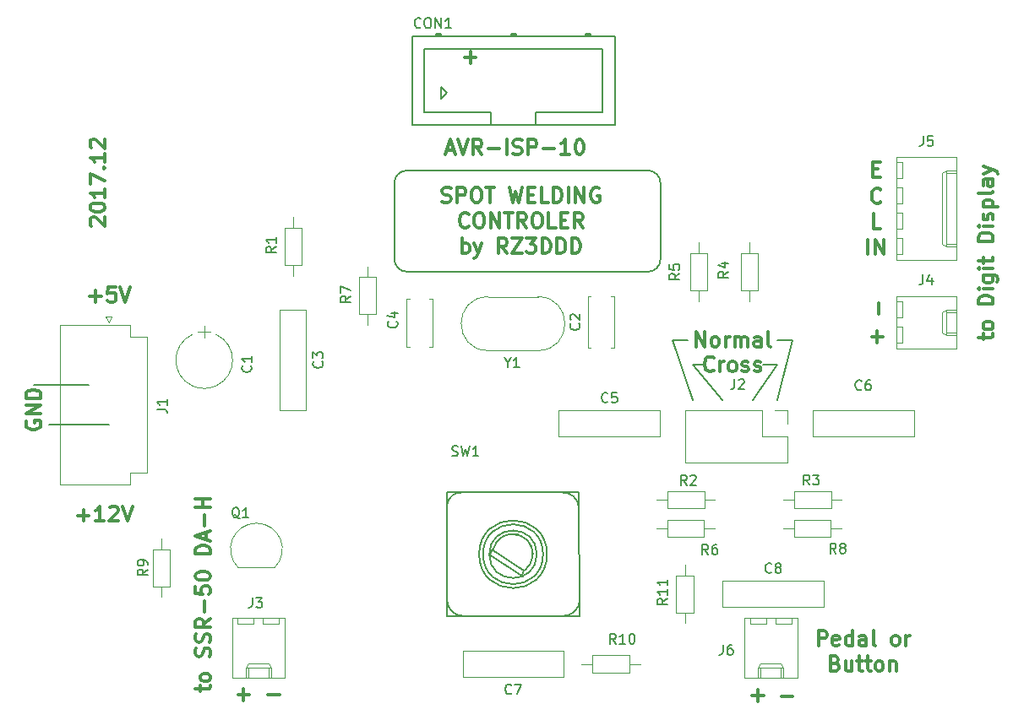
<source format=gbr>
G04 #@! TF.FileFunction,Legend,Top*
%FSLAX46Y46*%
G04 Gerber Fmt 4.6, Leading zero omitted, Abs format (unit mm)*
G04 Created by KiCad (PCBNEW 4.0.7-e2-6376~58~ubuntu16.04.1) date Thu Nov 16 15:14:13 2017*
%MOMM*%
%LPD*%
G01*
G04 APERTURE LIST*
%ADD10C,0.100000*%
%ADD11C,0.300000*%
%ADD12C,0.200000*%
%ADD13C,0.120000*%
%ADD14C,0.150000*%
G04 APERTURE END LIST*
D10*
D11*
X97754229Y-62063642D02*
X97682800Y-61992213D01*
X97611371Y-61849356D01*
X97611371Y-61492213D01*
X97682800Y-61349356D01*
X97754229Y-61277927D01*
X97897086Y-61206499D01*
X98039943Y-61206499D01*
X98254229Y-61277927D01*
X99111371Y-62135070D01*
X99111371Y-61206499D01*
X97611371Y-60277928D02*
X97611371Y-60135071D01*
X97682800Y-59992214D01*
X97754229Y-59920785D01*
X97897086Y-59849356D01*
X98182800Y-59777928D01*
X98539943Y-59777928D01*
X98825657Y-59849356D01*
X98968514Y-59920785D01*
X99039943Y-59992214D01*
X99111371Y-60135071D01*
X99111371Y-60277928D01*
X99039943Y-60420785D01*
X98968514Y-60492214D01*
X98825657Y-60563642D01*
X98539943Y-60635071D01*
X98182800Y-60635071D01*
X97897086Y-60563642D01*
X97754229Y-60492214D01*
X97682800Y-60420785D01*
X97611371Y-60277928D01*
X99111371Y-58349357D02*
X99111371Y-59206500D01*
X99111371Y-58777928D02*
X97611371Y-58777928D01*
X97825657Y-58920785D01*
X97968514Y-59063643D01*
X98039943Y-59206500D01*
X97611371Y-57849357D02*
X97611371Y-56849357D01*
X99111371Y-57492214D01*
X98968514Y-56277929D02*
X99039943Y-56206501D01*
X99111371Y-56277929D01*
X99039943Y-56349358D01*
X98968514Y-56277929D01*
X99111371Y-56277929D01*
X99111371Y-54777929D02*
X99111371Y-55635072D01*
X99111371Y-55206500D02*
X97611371Y-55206500D01*
X97825657Y-55349357D01*
X97968514Y-55492215D01*
X98039943Y-55635072D01*
X97754229Y-54206501D02*
X97682800Y-54135072D01*
X97611371Y-53992215D01*
X97611371Y-53635072D01*
X97682800Y-53492215D01*
X97754229Y-53420786D01*
X97897086Y-53349358D01*
X98039943Y-53349358D01*
X98254229Y-53420786D01*
X99111371Y-54277929D01*
X99111371Y-53349358D01*
X176063972Y-56367457D02*
X176563972Y-56367457D01*
X176778258Y-57153171D02*
X176063972Y-57153171D01*
X176063972Y-55653171D01*
X176778258Y-55653171D01*
X176849686Y-59664614D02*
X176778257Y-59736043D01*
X176563971Y-59807471D01*
X176421114Y-59807471D01*
X176206829Y-59736043D01*
X176063971Y-59593186D01*
X175992543Y-59450329D01*
X175921114Y-59164614D01*
X175921114Y-58950329D01*
X175992543Y-58664614D01*
X176063971Y-58521757D01*
X176206829Y-58378900D01*
X176421114Y-58307471D01*
X176563971Y-58307471D01*
X176778257Y-58378900D01*
X176849686Y-58450329D01*
X176849686Y-62309371D02*
X176135400Y-62309371D01*
X176135400Y-60809371D01*
X175561586Y-64925571D02*
X175561586Y-63425571D01*
X176275872Y-64925571D02*
X176275872Y-63425571D01*
X177133015Y-64925571D01*
X177133015Y-63425571D01*
X187100271Y-73456586D02*
X187100271Y-72885157D01*
X186600271Y-73242300D02*
X187885986Y-73242300D01*
X188028843Y-73170872D01*
X188100271Y-73028014D01*
X188100271Y-72885157D01*
X188100271Y-72170871D02*
X188028843Y-72313729D01*
X187957414Y-72385157D01*
X187814557Y-72456586D01*
X187385986Y-72456586D01*
X187243129Y-72385157D01*
X187171700Y-72313729D01*
X187100271Y-72170871D01*
X187100271Y-71956586D01*
X187171700Y-71813729D01*
X187243129Y-71742300D01*
X187385986Y-71670871D01*
X187814557Y-71670871D01*
X187957414Y-71742300D01*
X188028843Y-71813729D01*
X188100271Y-71956586D01*
X188100271Y-72170871D01*
X188100271Y-69885157D02*
X186600271Y-69885157D01*
X186600271Y-69528014D01*
X186671700Y-69313729D01*
X186814557Y-69170871D01*
X186957414Y-69099443D01*
X187243129Y-69028014D01*
X187457414Y-69028014D01*
X187743129Y-69099443D01*
X187885986Y-69170871D01*
X188028843Y-69313729D01*
X188100271Y-69528014D01*
X188100271Y-69885157D01*
X188100271Y-68385157D02*
X187100271Y-68385157D01*
X186600271Y-68385157D02*
X186671700Y-68456586D01*
X186743129Y-68385157D01*
X186671700Y-68313729D01*
X186600271Y-68385157D01*
X186743129Y-68385157D01*
X187100271Y-67028014D02*
X188314557Y-67028014D01*
X188457414Y-67099443D01*
X188528843Y-67170871D01*
X188600271Y-67313728D01*
X188600271Y-67528014D01*
X188528843Y-67670871D01*
X188028843Y-67028014D02*
X188100271Y-67170871D01*
X188100271Y-67456585D01*
X188028843Y-67599443D01*
X187957414Y-67670871D01*
X187814557Y-67742300D01*
X187385986Y-67742300D01*
X187243129Y-67670871D01*
X187171700Y-67599443D01*
X187100271Y-67456585D01*
X187100271Y-67170871D01*
X187171700Y-67028014D01*
X188100271Y-66313728D02*
X187100271Y-66313728D01*
X186600271Y-66313728D02*
X186671700Y-66385157D01*
X186743129Y-66313728D01*
X186671700Y-66242300D01*
X186600271Y-66313728D01*
X186743129Y-66313728D01*
X187100271Y-65813728D02*
X187100271Y-65242299D01*
X186600271Y-65599442D02*
X187885986Y-65599442D01*
X188028843Y-65528014D01*
X188100271Y-65385156D01*
X188100271Y-65242299D01*
X188100271Y-63599442D02*
X186600271Y-63599442D01*
X186600271Y-63242299D01*
X186671700Y-63028014D01*
X186814557Y-62885156D01*
X186957414Y-62813728D01*
X187243129Y-62742299D01*
X187457414Y-62742299D01*
X187743129Y-62813728D01*
X187885986Y-62885156D01*
X188028843Y-63028014D01*
X188100271Y-63242299D01*
X188100271Y-63599442D01*
X188100271Y-62099442D02*
X187100271Y-62099442D01*
X186600271Y-62099442D02*
X186671700Y-62170871D01*
X186743129Y-62099442D01*
X186671700Y-62028014D01*
X186600271Y-62099442D01*
X186743129Y-62099442D01*
X188028843Y-61456585D02*
X188100271Y-61313728D01*
X188100271Y-61028013D01*
X188028843Y-60885156D01*
X187885986Y-60813728D01*
X187814557Y-60813728D01*
X187671700Y-60885156D01*
X187600271Y-61028013D01*
X187600271Y-61242299D01*
X187528843Y-61385156D01*
X187385986Y-61456585D01*
X187314557Y-61456585D01*
X187171700Y-61385156D01*
X187100271Y-61242299D01*
X187100271Y-61028013D01*
X187171700Y-60885156D01*
X187100271Y-60170870D02*
X188600271Y-60170870D01*
X187171700Y-60170870D02*
X187100271Y-60028013D01*
X187100271Y-59742299D01*
X187171700Y-59599442D01*
X187243129Y-59528013D01*
X187385986Y-59456584D01*
X187814557Y-59456584D01*
X187957414Y-59528013D01*
X188028843Y-59599442D01*
X188100271Y-59742299D01*
X188100271Y-60028013D01*
X188028843Y-60170870D01*
X188100271Y-58599441D02*
X188028843Y-58742299D01*
X187885986Y-58813727D01*
X186600271Y-58813727D01*
X188100271Y-57385156D02*
X187314557Y-57385156D01*
X187171700Y-57456585D01*
X187100271Y-57599442D01*
X187100271Y-57885156D01*
X187171700Y-58028013D01*
X188028843Y-57385156D02*
X188100271Y-57528013D01*
X188100271Y-57885156D01*
X188028843Y-58028013D01*
X187885986Y-58099442D01*
X187743129Y-58099442D01*
X187600271Y-58028013D01*
X187528843Y-57885156D01*
X187528843Y-57528013D01*
X187457414Y-57385156D01*
X187100271Y-56813727D02*
X188100271Y-56456584D01*
X187100271Y-56099442D02*
X188100271Y-56456584D01*
X188457414Y-56599442D01*
X188528843Y-56670870D01*
X188600271Y-56813727D01*
X176606843Y-70927128D02*
X176606843Y-69784271D01*
X175928272Y-73206043D02*
X177071129Y-73206043D01*
X176499700Y-73777471D02*
X176499700Y-72634614D01*
X166885872Y-109274043D02*
X168028729Y-109274043D01*
X163964872Y-109185143D02*
X165107729Y-109185143D01*
X164536300Y-109756571D02*
X164536300Y-108613714D01*
X135148572Y-45177143D02*
X136291429Y-45177143D01*
X135720000Y-45748571D02*
X135720000Y-44605714D01*
X170590001Y-104163571D02*
X170590001Y-102663571D01*
X171161429Y-102663571D01*
X171304287Y-102735000D01*
X171375715Y-102806429D01*
X171447144Y-102949286D01*
X171447144Y-103163571D01*
X171375715Y-103306429D01*
X171304287Y-103377857D01*
X171161429Y-103449286D01*
X170590001Y-103449286D01*
X172661429Y-104092143D02*
X172518572Y-104163571D01*
X172232858Y-104163571D01*
X172090001Y-104092143D01*
X172018572Y-103949286D01*
X172018572Y-103377857D01*
X172090001Y-103235000D01*
X172232858Y-103163571D01*
X172518572Y-103163571D01*
X172661429Y-103235000D01*
X172732858Y-103377857D01*
X172732858Y-103520714D01*
X172018572Y-103663571D01*
X174018572Y-104163571D02*
X174018572Y-102663571D01*
X174018572Y-104092143D02*
X173875715Y-104163571D01*
X173590001Y-104163571D01*
X173447143Y-104092143D01*
X173375715Y-104020714D01*
X173304286Y-103877857D01*
X173304286Y-103449286D01*
X173375715Y-103306429D01*
X173447143Y-103235000D01*
X173590001Y-103163571D01*
X173875715Y-103163571D01*
X174018572Y-103235000D01*
X175375715Y-104163571D02*
X175375715Y-103377857D01*
X175304286Y-103235000D01*
X175161429Y-103163571D01*
X174875715Y-103163571D01*
X174732858Y-103235000D01*
X175375715Y-104092143D02*
X175232858Y-104163571D01*
X174875715Y-104163571D01*
X174732858Y-104092143D01*
X174661429Y-103949286D01*
X174661429Y-103806429D01*
X174732858Y-103663571D01*
X174875715Y-103592143D01*
X175232858Y-103592143D01*
X175375715Y-103520714D01*
X176304287Y-104163571D02*
X176161429Y-104092143D01*
X176090001Y-103949286D01*
X176090001Y-102663571D01*
X178232858Y-104163571D02*
X178090000Y-104092143D01*
X178018572Y-104020714D01*
X177947143Y-103877857D01*
X177947143Y-103449286D01*
X178018572Y-103306429D01*
X178090000Y-103235000D01*
X178232858Y-103163571D01*
X178447143Y-103163571D01*
X178590000Y-103235000D01*
X178661429Y-103306429D01*
X178732858Y-103449286D01*
X178732858Y-103877857D01*
X178661429Y-104020714D01*
X178590000Y-104092143D01*
X178447143Y-104163571D01*
X178232858Y-104163571D01*
X179375715Y-104163571D02*
X179375715Y-103163571D01*
X179375715Y-103449286D02*
X179447143Y-103306429D01*
X179518572Y-103235000D01*
X179661429Y-103163571D01*
X179804286Y-103163571D01*
X172304286Y-105927857D02*
X172518572Y-105999286D01*
X172590000Y-106070714D01*
X172661429Y-106213571D01*
X172661429Y-106427857D01*
X172590000Y-106570714D01*
X172518572Y-106642143D01*
X172375714Y-106713571D01*
X171804286Y-106713571D01*
X171804286Y-105213571D01*
X172304286Y-105213571D01*
X172447143Y-105285000D01*
X172518572Y-105356429D01*
X172590000Y-105499286D01*
X172590000Y-105642143D01*
X172518572Y-105785000D01*
X172447143Y-105856429D01*
X172304286Y-105927857D01*
X171804286Y-105927857D01*
X173947143Y-105713571D02*
X173947143Y-106713571D01*
X173304286Y-105713571D02*
X173304286Y-106499286D01*
X173375714Y-106642143D01*
X173518572Y-106713571D01*
X173732857Y-106713571D01*
X173875714Y-106642143D01*
X173947143Y-106570714D01*
X174447143Y-105713571D02*
X175018572Y-105713571D01*
X174661429Y-105213571D02*
X174661429Y-106499286D01*
X174732857Y-106642143D01*
X174875715Y-106713571D01*
X175018572Y-106713571D01*
X175304286Y-105713571D02*
X175875715Y-105713571D01*
X175518572Y-105213571D02*
X175518572Y-106499286D01*
X175590000Y-106642143D01*
X175732858Y-106713571D01*
X175875715Y-106713571D01*
X176590001Y-106713571D02*
X176447143Y-106642143D01*
X176375715Y-106570714D01*
X176304286Y-106427857D01*
X176304286Y-105999286D01*
X176375715Y-105856429D01*
X176447143Y-105785000D01*
X176590001Y-105713571D01*
X176804286Y-105713571D01*
X176947143Y-105785000D01*
X177018572Y-105856429D01*
X177090001Y-105999286D01*
X177090001Y-106427857D01*
X177018572Y-106570714D01*
X176947143Y-106642143D01*
X176804286Y-106713571D01*
X176590001Y-106713571D01*
X177732858Y-105713571D02*
X177732858Y-106713571D01*
X177732858Y-105856429D02*
X177804286Y-105785000D01*
X177947144Y-105713571D01*
X178161429Y-105713571D01*
X178304286Y-105785000D01*
X178375715Y-105927857D01*
X178375715Y-106713571D01*
X132907142Y-59637143D02*
X133121428Y-59708571D01*
X133478571Y-59708571D01*
X133621428Y-59637143D01*
X133692857Y-59565714D01*
X133764285Y-59422857D01*
X133764285Y-59280000D01*
X133692857Y-59137143D01*
X133621428Y-59065714D01*
X133478571Y-58994286D01*
X133192857Y-58922857D01*
X133049999Y-58851429D01*
X132978571Y-58780000D01*
X132907142Y-58637143D01*
X132907142Y-58494286D01*
X132978571Y-58351429D01*
X133049999Y-58280000D01*
X133192857Y-58208571D01*
X133549999Y-58208571D01*
X133764285Y-58280000D01*
X134407142Y-59708571D02*
X134407142Y-58208571D01*
X134978570Y-58208571D01*
X135121428Y-58280000D01*
X135192856Y-58351429D01*
X135264285Y-58494286D01*
X135264285Y-58708571D01*
X135192856Y-58851429D01*
X135121428Y-58922857D01*
X134978570Y-58994286D01*
X134407142Y-58994286D01*
X136192856Y-58208571D02*
X136478570Y-58208571D01*
X136621428Y-58280000D01*
X136764285Y-58422857D01*
X136835713Y-58708571D01*
X136835713Y-59208571D01*
X136764285Y-59494286D01*
X136621428Y-59637143D01*
X136478570Y-59708571D01*
X136192856Y-59708571D01*
X136049999Y-59637143D01*
X135907142Y-59494286D01*
X135835713Y-59208571D01*
X135835713Y-58708571D01*
X135907142Y-58422857D01*
X136049999Y-58280000D01*
X136192856Y-58208571D01*
X137264285Y-58208571D02*
X138121428Y-58208571D01*
X137692857Y-59708571D02*
X137692857Y-58208571D01*
X139621428Y-58208571D02*
X139978571Y-59708571D01*
X140264285Y-58637143D01*
X140549999Y-59708571D01*
X140907142Y-58208571D01*
X141478571Y-58922857D02*
X141978571Y-58922857D01*
X142192857Y-59708571D02*
X141478571Y-59708571D01*
X141478571Y-58208571D01*
X142192857Y-58208571D01*
X143550000Y-59708571D02*
X142835714Y-59708571D01*
X142835714Y-58208571D01*
X144050000Y-59708571D02*
X144050000Y-58208571D01*
X144407143Y-58208571D01*
X144621428Y-58280000D01*
X144764286Y-58422857D01*
X144835714Y-58565714D01*
X144907143Y-58851429D01*
X144907143Y-59065714D01*
X144835714Y-59351429D01*
X144764286Y-59494286D01*
X144621428Y-59637143D01*
X144407143Y-59708571D01*
X144050000Y-59708571D01*
X145550000Y-59708571D02*
X145550000Y-58208571D01*
X146264286Y-59708571D02*
X146264286Y-58208571D01*
X147121429Y-59708571D01*
X147121429Y-58208571D01*
X148621429Y-58280000D02*
X148478572Y-58208571D01*
X148264286Y-58208571D01*
X148050001Y-58280000D01*
X147907143Y-58422857D01*
X147835715Y-58565714D01*
X147764286Y-58851429D01*
X147764286Y-59065714D01*
X147835715Y-59351429D01*
X147907143Y-59494286D01*
X148050001Y-59637143D01*
X148264286Y-59708571D01*
X148407143Y-59708571D01*
X148621429Y-59637143D01*
X148692858Y-59565714D01*
X148692858Y-59065714D01*
X148407143Y-59065714D01*
X135550000Y-62115714D02*
X135478571Y-62187143D01*
X135264285Y-62258571D01*
X135121428Y-62258571D01*
X134907143Y-62187143D01*
X134764285Y-62044286D01*
X134692857Y-61901429D01*
X134621428Y-61615714D01*
X134621428Y-61401429D01*
X134692857Y-61115714D01*
X134764285Y-60972857D01*
X134907143Y-60830000D01*
X135121428Y-60758571D01*
X135264285Y-60758571D01*
X135478571Y-60830000D01*
X135550000Y-60901429D01*
X136478571Y-60758571D02*
X136764285Y-60758571D01*
X136907143Y-60830000D01*
X137050000Y-60972857D01*
X137121428Y-61258571D01*
X137121428Y-61758571D01*
X137050000Y-62044286D01*
X136907143Y-62187143D01*
X136764285Y-62258571D01*
X136478571Y-62258571D01*
X136335714Y-62187143D01*
X136192857Y-62044286D01*
X136121428Y-61758571D01*
X136121428Y-61258571D01*
X136192857Y-60972857D01*
X136335714Y-60830000D01*
X136478571Y-60758571D01*
X137764286Y-62258571D02*
X137764286Y-60758571D01*
X138621429Y-62258571D01*
X138621429Y-60758571D01*
X139121429Y-60758571D02*
X139978572Y-60758571D01*
X139550001Y-62258571D02*
X139550001Y-60758571D01*
X141335715Y-62258571D02*
X140835715Y-61544286D01*
X140478572Y-62258571D02*
X140478572Y-60758571D01*
X141050000Y-60758571D01*
X141192858Y-60830000D01*
X141264286Y-60901429D01*
X141335715Y-61044286D01*
X141335715Y-61258571D01*
X141264286Y-61401429D01*
X141192858Y-61472857D01*
X141050000Y-61544286D01*
X140478572Y-61544286D01*
X142264286Y-60758571D02*
X142550000Y-60758571D01*
X142692858Y-60830000D01*
X142835715Y-60972857D01*
X142907143Y-61258571D01*
X142907143Y-61758571D01*
X142835715Y-62044286D01*
X142692858Y-62187143D01*
X142550000Y-62258571D01*
X142264286Y-62258571D01*
X142121429Y-62187143D01*
X141978572Y-62044286D01*
X141907143Y-61758571D01*
X141907143Y-61258571D01*
X141978572Y-60972857D01*
X142121429Y-60830000D01*
X142264286Y-60758571D01*
X144264287Y-62258571D02*
X143550001Y-62258571D01*
X143550001Y-60758571D01*
X144764287Y-61472857D02*
X145264287Y-61472857D01*
X145478573Y-62258571D02*
X144764287Y-62258571D01*
X144764287Y-60758571D01*
X145478573Y-60758571D01*
X146978573Y-62258571D02*
X146478573Y-61544286D01*
X146121430Y-62258571D02*
X146121430Y-60758571D01*
X146692858Y-60758571D01*
X146835716Y-60830000D01*
X146907144Y-60901429D01*
X146978573Y-61044286D01*
X146978573Y-61258571D01*
X146907144Y-61401429D01*
X146835716Y-61472857D01*
X146692858Y-61544286D01*
X146121430Y-61544286D01*
X134907144Y-64808571D02*
X134907144Y-63308571D01*
X134907144Y-63880000D02*
X135050001Y-63808571D01*
X135335715Y-63808571D01*
X135478572Y-63880000D01*
X135550001Y-63951429D01*
X135621430Y-64094286D01*
X135621430Y-64522857D01*
X135550001Y-64665714D01*
X135478572Y-64737143D01*
X135335715Y-64808571D01*
X135050001Y-64808571D01*
X134907144Y-64737143D01*
X136121430Y-63808571D02*
X136478573Y-64808571D01*
X136835715Y-63808571D02*
X136478573Y-64808571D01*
X136335715Y-65165714D01*
X136264287Y-65237143D01*
X136121430Y-65308571D01*
X139407144Y-64808571D02*
X138907144Y-64094286D01*
X138550001Y-64808571D02*
X138550001Y-63308571D01*
X139121429Y-63308571D01*
X139264287Y-63380000D01*
X139335715Y-63451429D01*
X139407144Y-63594286D01*
X139407144Y-63808571D01*
X139335715Y-63951429D01*
X139264287Y-64022857D01*
X139121429Y-64094286D01*
X138550001Y-64094286D01*
X139907144Y-63308571D02*
X140907144Y-63308571D01*
X139907144Y-64808571D01*
X140907144Y-64808571D01*
X141335715Y-63308571D02*
X142264286Y-63308571D01*
X141764286Y-63880000D01*
X141978572Y-63880000D01*
X142121429Y-63951429D01*
X142192858Y-64022857D01*
X142264286Y-64165714D01*
X142264286Y-64522857D01*
X142192858Y-64665714D01*
X142121429Y-64737143D01*
X141978572Y-64808571D01*
X141550000Y-64808571D01*
X141407143Y-64737143D01*
X141335715Y-64665714D01*
X142907143Y-64808571D02*
X142907143Y-63308571D01*
X143264286Y-63308571D01*
X143478571Y-63380000D01*
X143621429Y-63522857D01*
X143692857Y-63665714D01*
X143764286Y-63951429D01*
X143764286Y-64165714D01*
X143692857Y-64451429D01*
X143621429Y-64594286D01*
X143478571Y-64737143D01*
X143264286Y-64808571D01*
X142907143Y-64808571D01*
X144407143Y-64808571D02*
X144407143Y-63308571D01*
X144764286Y-63308571D01*
X144978571Y-63380000D01*
X145121429Y-63522857D01*
X145192857Y-63665714D01*
X145264286Y-63951429D01*
X145264286Y-64165714D01*
X145192857Y-64451429D01*
X145121429Y-64594286D01*
X144978571Y-64737143D01*
X144764286Y-64808571D01*
X144407143Y-64808571D01*
X145907143Y-64808571D02*
X145907143Y-63308571D01*
X146264286Y-63308571D01*
X146478571Y-63380000D01*
X146621429Y-63522857D01*
X146692857Y-63665714D01*
X146764286Y-63951429D01*
X146764286Y-64165714D01*
X146692857Y-64451429D01*
X146621429Y-64594286D01*
X146478571Y-64737143D01*
X146264286Y-64808571D01*
X145907143Y-64808571D01*
D12*
X128100000Y-65390000D02*
X128100000Y-57770000D01*
X153500000Y-66660000D02*
X129370000Y-66660000D01*
X154770000Y-57770000D02*
X154770000Y-65390000D01*
X129370000Y-56500000D02*
X153500000Y-56500000D01*
X128100000Y-65390000D02*
G75*
G03X129370000Y-66660000I1270000J0D01*
G01*
X153500000Y-66660000D02*
G75*
G03X154770000Y-65390000I0J1270000D01*
G01*
X154770000Y-57770000D02*
G75*
G03X153500000Y-56500000I-1270000J0D01*
G01*
X129370000Y-56500000D02*
G75*
G03X128100000Y-57770000I0J-1270000D01*
G01*
D11*
X115428572Y-109107143D02*
X116571429Y-109107143D01*
X112428572Y-109107143D02*
X113571429Y-109107143D01*
X113000000Y-109678571D02*
X113000000Y-108535714D01*
X108678571Y-108749999D02*
X108678571Y-108178570D01*
X108178571Y-108535713D02*
X109464286Y-108535713D01*
X109607143Y-108464285D01*
X109678571Y-108321427D01*
X109678571Y-108178570D01*
X109678571Y-107464284D02*
X109607143Y-107607142D01*
X109535714Y-107678570D01*
X109392857Y-107749999D01*
X108964286Y-107749999D01*
X108821429Y-107678570D01*
X108750000Y-107607142D01*
X108678571Y-107464284D01*
X108678571Y-107249999D01*
X108750000Y-107107142D01*
X108821429Y-107035713D01*
X108964286Y-106964284D01*
X109392857Y-106964284D01*
X109535714Y-107035713D01*
X109607143Y-107107142D01*
X109678571Y-107249999D01*
X109678571Y-107464284D01*
X109607143Y-105249999D02*
X109678571Y-105035713D01*
X109678571Y-104678570D01*
X109607143Y-104535713D01*
X109535714Y-104464284D01*
X109392857Y-104392856D01*
X109250000Y-104392856D01*
X109107143Y-104464284D01*
X109035714Y-104535713D01*
X108964286Y-104678570D01*
X108892857Y-104964284D01*
X108821429Y-105107142D01*
X108750000Y-105178570D01*
X108607143Y-105249999D01*
X108464286Y-105249999D01*
X108321429Y-105178570D01*
X108250000Y-105107142D01*
X108178571Y-104964284D01*
X108178571Y-104607142D01*
X108250000Y-104392856D01*
X109607143Y-103821428D02*
X109678571Y-103607142D01*
X109678571Y-103249999D01*
X109607143Y-103107142D01*
X109535714Y-103035713D01*
X109392857Y-102964285D01*
X109250000Y-102964285D01*
X109107143Y-103035713D01*
X109035714Y-103107142D01*
X108964286Y-103249999D01*
X108892857Y-103535713D01*
X108821429Y-103678571D01*
X108750000Y-103749999D01*
X108607143Y-103821428D01*
X108464286Y-103821428D01*
X108321429Y-103749999D01*
X108250000Y-103678571D01*
X108178571Y-103535713D01*
X108178571Y-103178571D01*
X108250000Y-102964285D01*
X109678571Y-101464285D02*
X108964286Y-101964285D01*
X109678571Y-102321428D02*
X108178571Y-102321428D01*
X108178571Y-101750000D01*
X108250000Y-101607142D01*
X108321429Y-101535714D01*
X108464286Y-101464285D01*
X108678571Y-101464285D01*
X108821429Y-101535714D01*
X108892857Y-101607142D01*
X108964286Y-101750000D01*
X108964286Y-102321428D01*
X109107143Y-100821428D02*
X109107143Y-99678571D01*
X108178571Y-98249999D02*
X108178571Y-98964285D01*
X108892857Y-99035714D01*
X108821429Y-98964285D01*
X108750000Y-98821428D01*
X108750000Y-98464285D01*
X108821429Y-98321428D01*
X108892857Y-98249999D01*
X109035714Y-98178571D01*
X109392857Y-98178571D01*
X109535714Y-98249999D01*
X109607143Y-98321428D01*
X109678571Y-98464285D01*
X109678571Y-98821428D01*
X109607143Y-98964285D01*
X109535714Y-99035714D01*
X108178571Y-97250000D02*
X108178571Y-97107143D01*
X108250000Y-96964286D01*
X108321429Y-96892857D01*
X108464286Y-96821428D01*
X108750000Y-96750000D01*
X109107143Y-96750000D01*
X109392857Y-96821428D01*
X109535714Y-96892857D01*
X109607143Y-96964286D01*
X109678571Y-97107143D01*
X109678571Y-97250000D01*
X109607143Y-97392857D01*
X109535714Y-97464286D01*
X109392857Y-97535714D01*
X109107143Y-97607143D01*
X108750000Y-97607143D01*
X108464286Y-97535714D01*
X108321429Y-97464286D01*
X108250000Y-97392857D01*
X108178571Y-97250000D01*
X109678571Y-94964286D02*
X108178571Y-94964286D01*
X108178571Y-94607143D01*
X108250000Y-94392858D01*
X108392857Y-94250000D01*
X108535714Y-94178572D01*
X108821429Y-94107143D01*
X109035714Y-94107143D01*
X109321429Y-94178572D01*
X109464286Y-94250000D01*
X109607143Y-94392858D01*
X109678571Y-94607143D01*
X109678571Y-94964286D01*
X109250000Y-93535715D02*
X109250000Y-92821429D01*
X109678571Y-93678572D02*
X108178571Y-93178572D01*
X109678571Y-92678572D01*
X109107143Y-92178572D02*
X109107143Y-91035715D01*
X109678571Y-90321429D02*
X108178571Y-90321429D01*
X108892857Y-90321429D02*
X108892857Y-89464286D01*
X109678571Y-89464286D02*
X108178571Y-89464286D01*
X133371358Y-54464000D02*
X134085644Y-54464000D01*
X133228501Y-54892571D02*
X133728501Y-53392571D01*
X134228501Y-54892571D01*
X134514215Y-53392571D02*
X135014215Y-54892571D01*
X135514215Y-53392571D01*
X136871358Y-54892571D02*
X136371358Y-54178286D01*
X136014215Y-54892571D02*
X136014215Y-53392571D01*
X136585643Y-53392571D01*
X136728501Y-53464000D01*
X136799929Y-53535429D01*
X136871358Y-53678286D01*
X136871358Y-53892571D01*
X136799929Y-54035429D01*
X136728501Y-54106857D01*
X136585643Y-54178286D01*
X136014215Y-54178286D01*
X137514215Y-54321143D02*
X138657072Y-54321143D01*
X139371358Y-54892571D02*
X139371358Y-53392571D01*
X140014215Y-54821143D02*
X140228501Y-54892571D01*
X140585644Y-54892571D01*
X140728501Y-54821143D01*
X140799930Y-54749714D01*
X140871358Y-54606857D01*
X140871358Y-54464000D01*
X140799930Y-54321143D01*
X140728501Y-54249714D01*
X140585644Y-54178286D01*
X140299930Y-54106857D01*
X140157072Y-54035429D01*
X140085644Y-53964000D01*
X140014215Y-53821143D01*
X140014215Y-53678286D01*
X140085644Y-53535429D01*
X140157072Y-53464000D01*
X140299930Y-53392571D01*
X140657072Y-53392571D01*
X140871358Y-53464000D01*
X141514215Y-54892571D02*
X141514215Y-53392571D01*
X142085643Y-53392571D01*
X142228501Y-53464000D01*
X142299929Y-53535429D01*
X142371358Y-53678286D01*
X142371358Y-53892571D01*
X142299929Y-54035429D01*
X142228501Y-54106857D01*
X142085643Y-54178286D01*
X141514215Y-54178286D01*
X143014215Y-54321143D02*
X144157072Y-54321143D01*
X145657072Y-54892571D02*
X144799929Y-54892571D01*
X145228501Y-54892571D02*
X145228501Y-53392571D01*
X145085644Y-53606857D01*
X144942786Y-53749714D01*
X144799929Y-53821143D01*
X146585643Y-53392571D02*
X146728500Y-53392571D01*
X146871357Y-53464000D01*
X146942786Y-53535429D01*
X147014215Y-53678286D01*
X147085643Y-53964000D01*
X147085643Y-54321143D01*
X147014215Y-54606857D01*
X146942786Y-54749714D01*
X146871357Y-54821143D01*
X146728500Y-54892571D01*
X146585643Y-54892571D01*
X146442786Y-54821143D01*
X146371357Y-54749714D01*
X146299929Y-54606857D01*
X146228500Y-54321143D01*
X146228500Y-53964000D01*
X146299929Y-53678286D01*
X146371357Y-53535429D01*
X146442786Y-53464000D01*
X146585643Y-53392571D01*
D12*
X166500000Y-76000000D02*
X165000000Y-76000000D01*
X164000000Y-79500000D02*
X166500000Y-76000000D01*
X158000000Y-76000000D02*
X159000000Y-76000000D01*
X161000000Y-79500000D02*
X158000000Y-76000000D01*
D11*
X160107143Y-76535714D02*
X160035714Y-76607143D01*
X159821428Y-76678571D01*
X159678571Y-76678571D01*
X159464286Y-76607143D01*
X159321428Y-76464286D01*
X159250000Y-76321429D01*
X159178571Y-76035714D01*
X159178571Y-75821429D01*
X159250000Y-75535714D01*
X159321428Y-75392857D01*
X159464286Y-75250000D01*
X159678571Y-75178571D01*
X159821428Y-75178571D01*
X160035714Y-75250000D01*
X160107143Y-75321429D01*
X160750000Y-76678571D02*
X160750000Y-75678571D01*
X160750000Y-75964286D02*
X160821428Y-75821429D01*
X160892857Y-75750000D01*
X161035714Y-75678571D01*
X161178571Y-75678571D01*
X161892857Y-76678571D02*
X161749999Y-76607143D01*
X161678571Y-76535714D01*
X161607142Y-76392857D01*
X161607142Y-75964286D01*
X161678571Y-75821429D01*
X161749999Y-75750000D01*
X161892857Y-75678571D01*
X162107142Y-75678571D01*
X162249999Y-75750000D01*
X162321428Y-75821429D01*
X162392857Y-75964286D01*
X162392857Y-76392857D01*
X162321428Y-76535714D01*
X162249999Y-76607143D01*
X162107142Y-76678571D01*
X161892857Y-76678571D01*
X162964285Y-76607143D02*
X163107142Y-76678571D01*
X163392857Y-76678571D01*
X163535714Y-76607143D01*
X163607142Y-76464286D01*
X163607142Y-76392857D01*
X163535714Y-76250000D01*
X163392857Y-76178571D01*
X163178571Y-76178571D01*
X163035714Y-76107143D01*
X162964285Y-75964286D01*
X162964285Y-75892857D01*
X163035714Y-75750000D01*
X163178571Y-75678571D01*
X163392857Y-75678571D01*
X163535714Y-75750000D01*
X164178571Y-76607143D02*
X164321428Y-76678571D01*
X164607143Y-76678571D01*
X164750000Y-76607143D01*
X164821428Y-76464286D01*
X164821428Y-76392857D01*
X164750000Y-76250000D01*
X164607143Y-76178571D01*
X164392857Y-76178571D01*
X164250000Y-76107143D01*
X164178571Y-75964286D01*
X164178571Y-75892857D01*
X164250000Y-75750000D01*
X164392857Y-75678571D01*
X164607143Y-75678571D01*
X164750000Y-75750000D01*
D12*
X168000000Y-73500000D02*
X166500000Y-73500000D01*
X166500000Y-79500000D02*
X168000000Y-73500000D01*
X156000000Y-73500000D02*
X157500000Y-73500000D01*
X158000000Y-79500000D02*
X156000000Y-73500000D01*
D11*
X158357143Y-74178571D02*
X158357143Y-72678571D01*
X159214286Y-74178571D01*
X159214286Y-72678571D01*
X160142858Y-74178571D02*
X160000000Y-74107143D01*
X159928572Y-74035714D01*
X159857143Y-73892857D01*
X159857143Y-73464286D01*
X159928572Y-73321429D01*
X160000000Y-73250000D01*
X160142858Y-73178571D01*
X160357143Y-73178571D01*
X160500000Y-73250000D01*
X160571429Y-73321429D01*
X160642858Y-73464286D01*
X160642858Y-73892857D01*
X160571429Y-74035714D01*
X160500000Y-74107143D01*
X160357143Y-74178571D01*
X160142858Y-74178571D01*
X161285715Y-74178571D02*
X161285715Y-73178571D01*
X161285715Y-73464286D02*
X161357143Y-73321429D01*
X161428572Y-73250000D01*
X161571429Y-73178571D01*
X161714286Y-73178571D01*
X162214286Y-74178571D02*
X162214286Y-73178571D01*
X162214286Y-73321429D02*
X162285714Y-73250000D01*
X162428572Y-73178571D01*
X162642857Y-73178571D01*
X162785714Y-73250000D01*
X162857143Y-73392857D01*
X162857143Y-74178571D01*
X162857143Y-73392857D02*
X162928572Y-73250000D01*
X163071429Y-73178571D01*
X163285714Y-73178571D01*
X163428572Y-73250000D01*
X163500000Y-73392857D01*
X163500000Y-74178571D01*
X164857143Y-74178571D02*
X164857143Y-73392857D01*
X164785714Y-73250000D01*
X164642857Y-73178571D01*
X164357143Y-73178571D01*
X164214286Y-73250000D01*
X164857143Y-74107143D02*
X164714286Y-74178571D01*
X164357143Y-74178571D01*
X164214286Y-74107143D01*
X164142857Y-73964286D01*
X164142857Y-73821429D01*
X164214286Y-73678571D01*
X164357143Y-73607143D01*
X164714286Y-73607143D01*
X164857143Y-73535714D01*
X165785715Y-74178571D02*
X165642857Y-74107143D01*
X165571429Y-73964286D01*
X165571429Y-72678571D01*
D12*
X99500000Y-82000000D02*
X93500000Y-82000000D01*
X97500000Y-78000000D02*
X92000000Y-78000000D01*
D11*
X91250000Y-81642857D02*
X91178571Y-81785714D01*
X91178571Y-82000000D01*
X91250000Y-82214285D01*
X91392857Y-82357143D01*
X91535714Y-82428571D01*
X91821429Y-82500000D01*
X92035714Y-82500000D01*
X92321429Y-82428571D01*
X92464286Y-82357143D01*
X92607143Y-82214285D01*
X92678571Y-82000000D01*
X92678571Y-81857143D01*
X92607143Y-81642857D01*
X92535714Y-81571428D01*
X92035714Y-81571428D01*
X92035714Y-81857143D01*
X92678571Y-80928571D02*
X91178571Y-80928571D01*
X92678571Y-80071428D01*
X91178571Y-80071428D01*
X92678571Y-79357142D02*
X91178571Y-79357142D01*
X91178571Y-78999999D01*
X91250000Y-78785714D01*
X91392857Y-78642856D01*
X91535714Y-78571428D01*
X91821429Y-78499999D01*
X92035714Y-78499999D01*
X92321429Y-78571428D01*
X92464286Y-78642856D01*
X92607143Y-78785714D01*
X92678571Y-78999999D01*
X92678571Y-79357142D01*
X96357144Y-91107143D02*
X97500001Y-91107143D01*
X96928572Y-91678571D02*
X96928572Y-90535714D01*
X99000001Y-91678571D02*
X98142858Y-91678571D01*
X98571430Y-91678571D02*
X98571430Y-90178571D01*
X98428573Y-90392857D01*
X98285715Y-90535714D01*
X98142858Y-90607143D01*
X99571429Y-90321429D02*
X99642858Y-90250000D01*
X99785715Y-90178571D01*
X100142858Y-90178571D01*
X100285715Y-90250000D01*
X100357144Y-90321429D01*
X100428572Y-90464286D01*
X100428572Y-90607143D01*
X100357144Y-90821429D01*
X99500001Y-91678571D01*
X100428572Y-91678571D01*
X100857143Y-90178571D02*
X101357143Y-91678571D01*
X101857143Y-90178571D01*
X97571429Y-69107143D02*
X98714286Y-69107143D01*
X98142857Y-69678571D02*
X98142857Y-68535714D01*
X100142858Y-68178571D02*
X99428572Y-68178571D01*
X99357143Y-68892857D01*
X99428572Y-68821429D01*
X99571429Y-68750000D01*
X99928572Y-68750000D01*
X100071429Y-68821429D01*
X100142858Y-68892857D01*
X100214286Y-69035714D01*
X100214286Y-69392857D01*
X100142858Y-69535714D01*
X100071429Y-69607143D01*
X99928572Y-69678571D01*
X99571429Y-69678571D01*
X99428572Y-69607143D01*
X99357143Y-69535714D01*
X100642857Y-68178571D02*
X101142857Y-69678571D01*
X101642857Y-68178571D01*
D13*
X94580000Y-71970000D02*
X101620000Y-71970000D01*
X101620000Y-71970000D02*
X101620000Y-73170000D01*
X101620000Y-73170000D02*
X103320000Y-73170000D01*
X103320000Y-73170000D02*
X103320000Y-86790000D01*
X103320000Y-86790000D02*
X101620000Y-86790000D01*
X101620000Y-86790000D02*
X101620000Y-87990000D01*
X101620000Y-87990000D02*
X94580000Y-87990000D01*
X94580000Y-87990000D02*
X94580000Y-71970000D01*
X99500000Y-71770000D02*
X99200000Y-71170000D01*
X99200000Y-71170000D02*
X99800000Y-71170000D01*
X99800000Y-71170000D02*
X99500000Y-71770000D01*
X137498000Y-69167000D02*
X142498000Y-69167000D01*
X137498000Y-74567000D02*
X142498000Y-74567000D01*
X137498000Y-74567000D02*
G75*
G02X137498000Y-69167000I0J2700000D01*
G01*
X142498000Y-74567000D02*
G75*
G03X142498000Y-69167000I0J2700000D01*
G01*
X117080000Y-65980000D02*
X118800000Y-65980000D01*
X118800000Y-65980000D02*
X118800000Y-62260000D01*
X118800000Y-62260000D02*
X117080000Y-62260000D01*
X117080000Y-62260000D02*
X117080000Y-65980000D01*
X117940000Y-67050000D02*
X117940000Y-65980000D01*
X117940000Y-61190000D02*
X117940000Y-62260000D01*
X110229967Y-78113269D02*
G75*
G03X110230000Y-72946746I-1179967J2583269D01*
G01*
X107870033Y-78113269D02*
G75*
G02X107870000Y-72946746I1179967J2583269D01*
G01*
X107870033Y-78113269D02*
G75*
G03X110230000Y-78113254I1179967J2583269D01*
G01*
X109050000Y-72080000D02*
X109050000Y-73280000D01*
X109700000Y-72680000D02*
X108400000Y-72680000D01*
X147491000Y-74260000D02*
X147491000Y-69140000D01*
X150111000Y-74260000D02*
X150111000Y-69140000D01*
X147491000Y-74260000D02*
X147805000Y-74260000D01*
X149797000Y-74260000D02*
X150111000Y-74260000D01*
X147491000Y-69140000D02*
X147805000Y-69140000D01*
X149797000Y-69140000D02*
X150111000Y-69140000D01*
X119250000Y-70450000D02*
X119250000Y-80570000D01*
X116630000Y-70450000D02*
X116630000Y-80570000D01*
X119250000Y-70450000D02*
X116630000Y-70450000D01*
X119250000Y-80570000D02*
X116630000Y-80570000D01*
X129330000Y-74190000D02*
X129330000Y-69370000D01*
X131950000Y-74190000D02*
X131950000Y-69370000D01*
X129330000Y-74190000D02*
X129644000Y-74190000D01*
X131636000Y-74190000D02*
X131950000Y-74190000D01*
X129330000Y-69370000D02*
X129644000Y-69370000D01*
X131636000Y-69370000D02*
X131950000Y-69370000D01*
X144590000Y-80590000D02*
X154710000Y-80590000D01*
X144590000Y-83210000D02*
X154710000Y-83210000D01*
X144590000Y-80590000D02*
X144590000Y-83210000D01*
X154710000Y-80590000D02*
X154710000Y-83210000D01*
X180190000Y-83210000D02*
X170070000Y-83210000D01*
X180190000Y-80590000D02*
X170070000Y-80590000D01*
X180190000Y-83210000D02*
X180190000Y-80590000D01*
X170070000Y-83210000D02*
X170070000Y-80590000D01*
X145060000Y-107340000D02*
X134940000Y-107340000D01*
X145060000Y-104720000D02*
X134940000Y-104720000D01*
X145060000Y-107340000D02*
X145060000Y-104720000D01*
X134940000Y-107340000D02*
X134940000Y-104720000D01*
X161000000Y-97680000D02*
X171120000Y-97680000D01*
X161000000Y-100300000D02*
X171120000Y-100300000D01*
X161000000Y-97680000D02*
X161000000Y-100300000D01*
X171120000Y-97680000D02*
X171120000Y-100300000D01*
X157250000Y-80570000D02*
X157250000Y-85770000D01*
X164930000Y-80570000D02*
X157250000Y-80570000D01*
X167530000Y-85770000D02*
X157250000Y-85770000D01*
X164930000Y-80570000D02*
X164930000Y-83170000D01*
X164930000Y-83170000D02*
X167530000Y-83170000D01*
X167530000Y-83170000D02*
X167530000Y-85770000D01*
X166200000Y-80570000D02*
X167530000Y-80570000D01*
X167530000Y-80570000D02*
X167530000Y-81900000D01*
X111830000Y-101380000D02*
X111830000Y-107380000D01*
X111830000Y-107380000D02*
X117110000Y-107380000D01*
X117110000Y-107380000D02*
X117110000Y-101380000D01*
X117110000Y-101380000D02*
X111830000Y-101380000D01*
X113200000Y-107380000D02*
X113200000Y-106380000D01*
X113200000Y-106380000D02*
X115740000Y-106380000D01*
X115740000Y-106380000D02*
X115740000Y-107380000D01*
X113200000Y-106380000D02*
X113450000Y-105950000D01*
X113450000Y-105950000D02*
X115490000Y-105950000D01*
X115490000Y-105950000D02*
X115740000Y-106380000D01*
X113450000Y-107380000D02*
X113450000Y-106380000D01*
X115490000Y-107380000D02*
X115490000Y-106380000D01*
X112400000Y-101380000D02*
X112400000Y-102000000D01*
X112400000Y-102000000D02*
X114000000Y-102000000D01*
X114000000Y-102000000D02*
X114000000Y-101380000D01*
X114940000Y-101380000D02*
X114940000Y-102000000D01*
X114940000Y-102000000D02*
X116540000Y-102000000D01*
X116540000Y-102000000D02*
X116540000Y-101380000D01*
X178420000Y-74380000D02*
X184420000Y-74380000D01*
X184420000Y-74380000D02*
X184420000Y-69100000D01*
X184420000Y-69100000D02*
X178420000Y-69100000D01*
X178420000Y-69100000D02*
X178420000Y-74380000D01*
X184420000Y-73010000D02*
X183420000Y-73010000D01*
X183420000Y-73010000D02*
X183420000Y-70470000D01*
X183420000Y-70470000D02*
X184420000Y-70470000D01*
X183420000Y-73010000D02*
X182990000Y-72760000D01*
X182990000Y-72760000D02*
X182990000Y-70720000D01*
X182990000Y-70720000D02*
X183420000Y-70470000D01*
X184420000Y-72760000D02*
X183420000Y-72760000D01*
X184420000Y-70720000D02*
X183420000Y-70720000D01*
X178420000Y-73810000D02*
X179040000Y-73810000D01*
X179040000Y-73810000D02*
X179040000Y-72210000D01*
X179040000Y-72210000D02*
X178420000Y-72210000D01*
X178420000Y-71270000D02*
X179040000Y-71270000D01*
X179040000Y-71270000D02*
X179040000Y-69670000D01*
X179040000Y-69670000D02*
X178420000Y-69670000D01*
X178420000Y-65490000D02*
X184420000Y-65490000D01*
X184420000Y-65490000D02*
X184420000Y-55130000D01*
X184420000Y-55130000D02*
X178420000Y-55130000D01*
X178420000Y-55130000D02*
X178420000Y-65490000D01*
X184420000Y-64120000D02*
X183420000Y-64120000D01*
X183420000Y-64120000D02*
X183420000Y-56500000D01*
X183420000Y-56500000D02*
X184420000Y-56500000D01*
X183420000Y-64120000D02*
X182990000Y-63870000D01*
X182990000Y-63870000D02*
X182990000Y-56750000D01*
X182990000Y-56750000D02*
X183420000Y-56500000D01*
X184420000Y-63870000D02*
X183420000Y-63870000D01*
X184420000Y-56750000D02*
X183420000Y-56750000D01*
X178420000Y-64920000D02*
X179040000Y-64920000D01*
X179040000Y-64920000D02*
X179040000Y-63320000D01*
X179040000Y-63320000D02*
X178420000Y-63320000D01*
X178420000Y-62380000D02*
X179040000Y-62380000D01*
X179040000Y-62380000D02*
X179040000Y-60780000D01*
X179040000Y-60780000D02*
X178420000Y-60780000D01*
X178420000Y-59840000D02*
X179040000Y-59840000D01*
X179040000Y-59840000D02*
X179040000Y-58240000D01*
X179040000Y-58240000D02*
X178420000Y-58240000D01*
X178420000Y-57300000D02*
X179040000Y-57300000D01*
X179040000Y-57300000D02*
X179040000Y-55700000D01*
X179040000Y-55700000D02*
X178420000Y-55700000D01*
X163190000Y-101380000D02*
X163190000Y-107380000D01*
X163190000Y-107380000D02*
X168470000Y-107380000D01*
X168470000Y-107380000D02*
X168470000Y-101380000D01*
X168470000Y-101380000D02*
X163190000Y-101380000D01*
X164560000Y-107380000D02*
X164560000Y-106380000D01*
X164560000Y-106380000D02*
X167100000Y-106380000D01*
X167100000Y-106380000D02*
X167100000Y-107380000D01*
X164560000Y-106380000D02*
X164810000Y-105950000D01*
X164810000Y-105950000D02*
X166850000Y-105950000D01*
X166850000Y-105950000D02*
X167100000Y-106380000D01*
X164810000Y-107380000D02*
X164810000Y-106380000D01*
X166850000Y-107380000D02*
X166850000Y-106380000D01*
X163760000Y-101380000D02*
X163760000Y-102000000D01*
X163760000Y-102000000D02*
X165360000Y-102000000D01*
X165360000Y-102000000D02*
X165360000Y-101380000D01*
X166300000Y-101380000D02*
X166300000Y-102000000D01*
X166300000Y-102000000D02*
X167900000Y-102000000D01*
X167900000Y-102000000D02*
X167900000Y-101380000D01*
X112482400Y-96335700D02*
X116082400Y-96335700D01*
X112443922Y-96324178D02*
G75*
G02X114282400Y-91885700I1838478J1838478D01*
G01*
X116120878Y-96324178D02*
G75*
G03X114282400Y-91885700I-1838478J1838478D01*
G01*
X159170000Y-90380000D02*
X159170000Y-88660000D01*
X159170000Y-88660000D02*
X155450000Y-88660000D01*
X155450000Y-88660000D02*
X155450000Y-90380000D01*
X155450000Y-90380000D02*
X159170000Y-90380000D01*
X160240000Y-89520000D02*
X159170000Y-89520000D01*
X154380000Y-89520000D02*
X155450000Y-89520000D01*
X168150000Y-88660000D02*
X168150000Y-90380000D01*
X168150000Y-90380000D02*
X171870000Y-90380000D01*
X171870000Y-90380000D02*
X171870000Y-88660000D01*
X171870000Y-88660000D02*
X168150000Y-88660000D01*
X167080000Y-89520000D02*
X168150000Y-89520000D01*
X172940000Y-89520000D02*
X171870000Y-89520000D01*
X164520000Y-64800000D02*
X162800000Y-64800000D01*
X162800000Y-64800000D02*
X162800000Y-68520000D01*
X162800000Y-68520000D02*
X164520000Y-68520000D01*
X164520000Y-68520000D02*
X164520000Y-64800000D01*
X163660000Y-63730000D02*
X163660000Y-64800000D01*
X163660000Y-69590000D02*
X163660000Y-68520000D01*
X159440000Y-64800000D02*
X157720000Y-64800000D01*
X157720000Y-64800000D02*
X157720000Y-68520000D01*
X157720000Y-68520000D02*
X159440000Y-68520000D01*
X159440000Y-68520000D02*
X159440000Y-64800000D01*
X158580000Y-63730000D02*
X158580000Y-64800000D01*
X158580000Y-69590000D02*
X158580000Y-68520000D01*
X155430000Y-91540000D02*
X155430000Y-93260000D01*
X155430000Y-93260000D02*
X159150000Y-93260000D01*
X159150000Y-93260000D02*
X159150000Y-91540000D01*
X159150000Y-91540000D02*
X155430000Y-91540000D01*
X154360000Y-92400000D02*
X155430000Y-92400000D01*
X160220000Y-92400000D02*
X159150000Y-92400000D01*
X124573000Y-70933000D02*
X126293000Y-70933000D01*
X126293000Y-70933000D02*
X126293000Y-67213000D01*
X126293000Y-67213000D02*
X124573000Y-67213000D01*
X124573000Y-67213000D02*
X124573000Y-70933000D01*
X125433000Y-72003000D02*
X125433000Y-70933000D01*
X125433000Y-66143000D02*
X125433000Y-67213000D01*
X171850000Y-93260000D02*
X171850000Y-91540000D01*
X171850000Y-91540000D02*
X168130000Y-91540000D01*
X168130000Y-91540000D02*
X168130000Y-93260000D01*
X168130000Y-93260000D02*
X171850000Y-93260000D01*
X172920000Y-92400000D02*
X171850000Y-92400000D01*
X167060000Y-92400000D02*
X168130000Y-92400000D01*
X103922800Y-98225300D02*
X105642800Y-98225300D01*
X105642800Y-98225300D02*
X105642800Y-94505300D01*
X105642800Y-94505300D02*
X103922800Y-94505300D01*
X103922800Y-94505300D02*
X103922800Y-98225300D01*
X104782800Y-99295300D02*
X104782800Y-98225300D01*
X104782800Y-93435300D02*
X104782800Y-94505300D01*
X151650000Y-106860000D02*
X151650000Y-105140000D01*
X151650000Y-105140000D02*
X147930000Y-105140000D01*
X147930000Y-105140000D02*
X147930000Y-106860000D01*
X147930000Y-106860000D02*
X151650000Y-106860000D01*
X152720000Y-106000000D02*
X151650000Y-106000000D01*
X146860000Y-106000000D02*
X147930000Y-106000000D01*
X158070000Y-97130000D02*
X156350000Y-97130000D01*
X156350000Y-97130000D02*
X156350000Y-100850000D01*
X156350000Y-100850000D02*
X158070000Y-100850000D01*
X158070000Y-100850000D02*
X158070000Y-97130000D01*
X157210000Y-96060000D02*
X157210000Y-97130000D01*
X157210000Y-101920000D02*
X157210000Y-100850000D01*
D14*
X135000000Y-88800000D02*
G75*
G03X133400000Y-90000000I-200000J-1400000D01*
G01*
X146600000Y-90300000D02*
G75*
G03X144900000Y-88800000I-1600000J-100000D01*
G01*
X133400000Y-99700000D02*
G75*
G03X135100000Y-101200000I1600000J100000D01*
G01*
X144900000Y-101200000D02*
G75*
G03X146700000Y-99600000I100000J1700000D01*
G01*
X140900000Y-97100000D02*
X141100000Y-96600000D01*
X141000000Y-97200000D02*
X137600000Y-95000000D01*
X137600000Y-95000000D02*
X138000000Y-94500000D01*
X140700000Y-96400000D02*
X141100000Y-96600000D01*
X141100000Y-96600000D02*
X137900000Y-94500000D01*
X141200000Y-96600000D02*
G75*
G03X141500000Y-93700000I-1300000J1600000D01*
G01*
X140500000Y-93000000D02*
G75*
G03X138000000Y-94500000I-500000J-2000000D01*
G01*
X142000000Y-95000000D02*
G75*
G03X140000000Y-93000000I-2000000J0D01*
G01*
X142385372Y-95000000D02*
G75*
G03X142385372Y-95000000I-2385372J0D01*
G01*
X143006659Y-95000000D02*
G75*
G03X143006659Y-95000000I-3006659J0D01*
G01*
X143400000Y-95000000D02*
G75*
G03X143400000Y-95000000I-3400000J0D01*
G01*
X146600000Y-101200000D02*
X133400000Y-101200000D01*
X133400000Y-101200000D02*
X133400000Y-88800000D01*
X133400000Y-88800000D02*
X146600000Y-88800000D01*
X146600000Y-88800000D02*
X146700000Y-101200000D01*
X129888000Y-51953000D02*
X129888000Y-43013000D01*
X129888000Y-43013000D02*
X150188000Y-43013000D01*
X150188000Y-43013000D02*
X150188000Y-51953000D01*
X150188000Y-51953000D02*
X129888000Y-51953000D01*
X137813000Y-51953000D02*
X137813000Y-50653000D01*
X137813000Y-50653000D02*
X131088000Y-50653000D01*
X131088000Y-50653000D02*
X131088000Y-44313000D01*
X131088000Y-44313000D02*
X148988000Y-44313000D01*
X148988000Y-44313000D02*
X148988000Y-50653000D01*
X148988000Y-50653000D02*
X142263000Y-50653000D01*
X142263000Y-50653000D02*
X142263000Y-51953000D01*
X139788000Y-43013000D02*
X139788000Y-42813000D01*
X139788000Y-42813000D02*
X140288000Y-42813000D01*
X140288000Y-42813000D02*
X140288000Y-43013000D01*
X139788000Y-42913000D02*
X140288000Y-42913000D01*
X147268000Y-43013000D02*
X147268000Y-42813000D01*
X147268000Y-42813000D02*
X147768000Y-42813000D01*
X147768000Y-42813000D02*
X147768000Y-43013000D01*
X147268000Y-42913000D02*
X147768000Y-42913000D01*
X132308000Y-43013000D02*
X132308000Y-42813000D01*
X132308000Y-42813000D02*
X132808000Y-42813000D01*
X132808000Y-42813000D02*
X132808000Y-43013000D01*
X132308000Y-42913000D02*
X132808000Y-42913000D01*
X132758000Y-49353000D02*
X132758000Y-48153000D01*
X132758000Y-48153000D02*
X133358000Y-48753000D01*
X133358000Y-48753000D02*
X132758000Y-49353000D01*
X104311381Y-80455333D02*
X105025667Y-80455333D01*
X105168524Y-80502953D01*
X105263762Y-80598191D01*
X105311381Y-80741048D01*
X105311381Y-80836286D01*
X105311381Y-79455333D02*
X105311381Y-80026762D01*
X105311381Y-79741048D02*
X104311381Y-79741048D01*
X104454238Y-79836286D01*
X104549476Y-79931524D01*
X104597095Y-80026762D01*
X139434809Y-75780190D02*
X139434809Y-76256381D01*
X139101476Y-75256381D02*
X139434809Y-75780190D01*
X139768143Y-75256381D01*
X140625286Y-76256381D02*
X140053857Y-76256381D01*
X140339571Y-76256381D02*
X140339571Y-75256381D01*
X140244333Y-75399238D01*
X140149095Y-75494476D01*
X140053857Y-75542095D01*
X116233381Y-64159666D02*
X115757190Y-64493000D01*
X116233381Y-64731095D02*
X115233381Y-64731095D01*
X115233381Y-64350142D01*
X115281000Y-64254904D01*
X115328619Y-64207285D01*
X115423857Y-64159666D01*
X115566714Y-64159666D01*
X115661952Y-64207285D01*
X115709571Y-64254904D01*
X115757190Y-64350142D01*
X115757190Y-64731095D01*
X116233381Y-63207285D02*
X116233381Y-63778714D01*
X116233381Y-63493000D02*
X115233381Y-63493000D01*
X115376238Y-63588238D01*
X115471476Y-63683476D01*
X115519095Y-63778714D01*
X113725143Y-76097666D02*
X113772762Y-76145285D01*
X113820381Y-76288142D01*
X113820381Y-76383380D01*
X113772762Y-76526238D01*
X113677524Y-76621476D01*
X113582286Y-76669095D01*
X113391810Y-76716714D01*
X113248952Y-76716714D01*
X113058476Y-76669095D01*
X112963238Y-76621476D01*
X112868000Y-76526238D01*
X112820381Y-76383380D01*
X112820381Y-76288142D01*
X112868000Y-76145285D01*
X112915619Y-76097666D01*
X113820381Y-75145285D02*
X113820381Y-75716714D01*
X113820381Y-75431000D02*
X112820381Y-75431000D01*
X112963238Y-75526238D01*
X113058476Y-75621476D01*
X113106095Y-75716714D01*
X146598143Y-71866666D02*
X146645762Y-71914285D01*
X146693381Y-72057142D01*
X146693381Y-72152380D01*
X146645762Y-72295238D01*
X146550524Y-72390476D01*
X146455286Y-72438095D01*
X146264810Y-72485714D01*
X146121952Y-72485714D01*
X145931476Y-72438095D01*
X145836238Y-72390476D01*
X145741000Y-72295238D01*
X145693381Y-72152380D01*
X145693381Y-72057142D01*
X145741000Y-71914285D01*
X145788619Y-71866666D01*
X145788619Y-71485714D02*
X145741000Y-71438095D01*
X145693381Y-71342857D01*
X145693381Y-71104761D01*
X145741000Y-71009523D01*
X145788619Y-70961904D01*
X145883857Y-70914285D01*
X145979095Y-70914285D01*
X146121952Y-70961904D01*
X146693381Y-71533333D01*
X146693381Y-70914285D01*
X120857143Y-75676666D02*
X120904762Y-75724285D01*
X120952381Y-75867142D01*
X120952381Y-75962380D01*
X120904762Y-76105238D01*
X120809524Y-76200476D01*
X120714286Y-76248095D01*
X120523810Y-76295714D01*
X120380952Y-76295714D01*
X120190476Y-76248095D01*
X120095238Y-76200476D01*
X120000000Y-76105238D01*
X119952381Y-75962380D01*
X119952381Y-75867142D01*
X120000000Y-75724285D01*
X120047619Y-75676666D01*
X119952381Y-75343333D02*
X119952381Y-74724285D01*
X120333333Y-75057619D01*
X120333333Y-74914761D01*
X120380952Y-74819523D01*
X120428571Y-74771904D01*
X120523810Y-74724285D01*
X120761905Y-74724285D01*
X120857143Y-74771904D01*
X120904762Y-74819523D01*
X120952381Y-74914761D01*
X120952381Y-75200476D01*
X120904762Y-75295714D01*
X120857143Y-75343333D01*
X128330143Y-71652666D02*
X128377762Y-71700285D01*
X128425381Y-71843142D01*
X128425381Y-71938380D01*
X128377762Y-72081238D01*
X128282524Y-72176476D01*
X128187286Y-72224095D01*
X127996810Y-72271714D01*
X127853952Y-72271714D01*
X127663476Y-72224095D01*
X127568238Y-72176476D01*
X127473000Y-72081238D01*
X127425381Y-71938380D01*
X127425381Y-71843142D01*
X127473000Y-71700285D01*
X127520619Y-71652666D01*
X127758714Y-70795523D02*
X128425381Y-70795523D01*
X127377762Y-71033619D02*
X128092048Y-71271714D01*
X128092048Y-70652666D01*
X149483334Y-79697143D02*
X149435715Y-79744762D01*
X149292858Y-79792381D01*
X149197620Y-79792381D01*
X149054762Y-79744762D01*
X148959524Y-79649524D01*
X148911905Y-79554286D01*
X148864286Y-79363810D01*
X148864286Y-79220952D01*
X148911905Y-79030476D01*
X148959524Y-78935238D01*
X149054762Y-78840000D01*
X149197620Y-78792381D01*
X149292858Y-78792381D01*
X149435715Y-78840000D01*
X149483334Y-78887619D01*
X150388096Y-78792381D02*
X149911905Y-78792381D01*
X149864286Y-79268571D01*
X149911905Y-79220952D01*
X150007143Y-79173333D01*
X150245239Y-79173333D01*
X150340477Y-79220952D01*
X150388096Y-79268571D01*
X150435715Y-79363810D01*
X150435715Y-79601905D01*
X150388096Y-79697143D01*
X150340477Y-79744762D01*
X150245239Y-79792381D01*
X150007143Y-79792381D01*
X149911905Y-79744762D01*
X149864286Y-79697143D01*
X174923334Y-78447143D02*
X174875715Y-78494762D01*
X174732858Y-78542381D01*
X174637620Y-78542381D01*
X174494762Y-78494762D01*
X174399524Y-78399524D01*
X174351905Y-78304286D01*
X174304286Y-78113810D01*
X174304286Y-77970952D01*
X174351905Y-77780476D01*
X174399524Y-77685238D01*
X174494762Y-77590000D01*
X174637620Y-77542381D01*
X174732858Y-77542381D01*
X174875715Y-77590000D01*
X174923334Y-77637619D01*
X175780477Y-77542381D02*
X175590000Y-77542381D01*
X175494762Y-77590000D01*
X175447143Y-77637619D01*
X175351905Y-77780476D01*
X175304286Y-77970952D01*
X175304286Y-78351905D01*
X175351905Y-78447143D01*
X175399524Y-78494762D01*
X175494762Y-78542381D01*
X175685239Y-78542381D01*
X175780477Y-78494762D01*
X175828096Y-78447143D01*
X175875715Y-78351905D01*
X175875715Y-78113810D01*
X175828096Y-78018571D01*
X175780477Y-77970952D01*
X175685239Y-77923333D01*
X175494762Y-77923333D01*
X175399524Y-77970952D01*
X175351905Y-78018571D01*
X175304286Y-78113810D01*
X139833334Y-108947143D02*
X139785715Y-108994762D01*
X139642858Y-109042381D01*
X139547620Y-109042381D01*
X139404762Y-108994762D01*
X139309524Y-108899524D01*
X139261905Y-108804286D01*
X139214286Y-108613810D01*
X139214286Y-108470952D01*
X139261905Y-108280476D01*
X139309524Y-108185238D01*
X139404762Y-108090000D01*
X139547620Y-108042381D01*
X139642858Y-108042381D01*
X139785715Y-108090000D01*
X139833334Y-108137619D01*
X140166667Y-108042381D02*
X140833334Y-108042381D01*
X140404762Y-109042381D01*
X165893334Y-96787143D02*
X165845715Y-96834762D01*
X165702858Y-96882381D01*
X165607620Y-96882381D01*
X165464762Y-96834762D01*
X165369524Y-96739524D01*
X165321905Y-96644286D01*
X165274286Y-96453810D01*
X165274286Y-96310952D01*
X165321905Y-96120476D01*
X165369524Y-96025238D01*
X165464762Y-95930000D01*
X165607620Y-95882381D01*
X165702858Y-95882381D01*
X165845715Y-95930000D01*
X165893334Y-95977619D01*
X166464762Y-96310952D02*
X166369524Y-96263333D01*
X166321905Y-96215714D01*
X166274286Y-96120476D01*
X166274286Y-96072857D01*
X166321905Y-95977619D01*
X166369524Y-95930000D01*
X166464762Y-95882381D01*
X166655239Y-95882381D01*
X166750477Y-95930000D01*
X166798096Y-95977619D01*
X166845715Y-96072857D01*
X166845715Y-96120476D01*
X166798096Y-96215714D01*
X166750477Y-96263333D01*
X166655239Y-96310952D01*
X166464762Y-96310952D01*
X166369524Y-96358571D01*
X166321905Y-96406190D01*
X166274286Y-96501429D01*
X166274286Y-96691905D01*
X166321905Y-96787143D01*
X166369524Y-96834762D01*
X166464762Y-96882381D01*
X166655239Y-96882381D01*
X166750477Y-96834762D01*
X166798096Y-96787143D01*
X166845715Y-96691905D01*
X166845715Y-96501429D01*
X166798096Y-96406190D01*
X166750477Y-96358571D01*
X166655239Y-96310952D01*
X162166667Y-77452381D02*
X162166667Y-78166667D01*
X162119047Y-78309524D01*
X162023809Y-78404762D01*
X161880952Y-78452381D01*
X161785714Y-78452381D01*
X162595238Y-77547619D02*
X162642857Y-77500000D01*
X162738095Y-77452381D01*
X162976191Y-77452381D01*
X163071429Y-77500000D01*
X163119048Y-77547619D01*
X163166667Y-77642857D01*
X163166667Y-77738095D01*
X163119048Y-77880952D01*
X162547619Y-78452381D01*
X163166667Y-78452381D01*
X113866667Y-99352381D02*
X113866667Y-100066667D01*
X113819047Y-100209524D01*
X113723809Y-100304762D01*
X113580952Y-100352381D01*
X113485714Y-100352381D01*
X114247619Y-99352381D02*
X114866667Y-99352381D01*
X114533333Y-99733333D01*
X114676191Y-99733333D01*
X114771429Y-99780952D01*
X114819048Y-99828571D01*
X114866667Y-99923810D01*
X114866667Y-100161905D01*
X114819048Y-100257143D01*
X114771429Y-100304762D01*
X114676191Y-100352381D01*
X114390476Y-100352381D01*
X114295238Y-100304762D01*
X114247619Y-100257143D01*
X181055867Y-66963281D02*
X181055867Y-67677567D01*
X181008247Y-67820424D01*
X180913009Y-67915662D01*
X180770152Y-67963281D01*
X180674914Y-67963281D01*
X181960629Y-67296614D02*
X181960629Y-67963281D01*
X181722533Y-66915662D02*
X181484438Y-67629948D01*
X182103486Y-67629948D01*
X181093967Y-53044081D02*
X181093967Y-53758367D01*
X181046347Y-53901224D01*
X180951109Y-53996462D01*
X180808252Y-54044081D01*
X180713014Y-54044081D01*
X182046348Y-53044081D02*
X181570157Y-53044081D01*
X181522538Y-53520271D01*
X181570157Y-53472652D01*
X181665395Y-53425033D01*
X181903491Y-53425033D01*
X181998729Y-53472652D01*
X182046348Y-53520271D01*
X182093967Y-53615510D01*
X182093967Y-53853605D01*
X182046348Y-53948843D01*
X181998729Y-53996462D01*
X181903491Y-54044081D01*
X181665395Y-54044081D01*
X181570157Y-53996462D01*
X181522538Y-53948843D01*
X161040667Y-104085381D02*
X161040667Y-104799667D01*
X160993047Y-104942524D01*
X160897809Y-105037762D01*
X160754952Y-105085381D01*
X160659714Y-105085381D01*
X161945429Y-104085381D02*
X161754952Y-104085381D01*
X161659714Y-104133000D01*
X161612095Y-104180619D01*
X161516857Y-104323476D01*
X161469238Y-104513952D01*
X161469238Y-104894905D01*
X161516857Y-104990143D01*
X161564476Y-105037762D01*
X161659714Y-105085381D01*
X161850191Y-105085381D01*
X161945429Y-105037762D01*
X161993048Y-104990143D01*
X162040667Y-104894905D01*
X162040667Y-104656810D01*
X161993048Y-104561571D01*
X161945429Y-104513952D01*
X161850191Y-104466333D01*
X161659714Y-104466333D01*
X161564476Y-104513952D01*
X161516857Y-104561571D01*
X161469238Y-104656810D01*
X112590162Y-91410319D02*
X112494924Y-91362700D01*
X112399686Y-91267462D01*
X112256829Y-91124605D01*
X112161590Y-91076986D01*
X112066352Y-91076986D01*
X112113971Y-91315081D02*
X112018733Y-91267462D01*
X111923495Y-91172224D01*
X111875876Y-90981748D01*
X111875876Y-90648414D01*
X111923495Y-90457938D01*
X112018733Y-90362700D01*
X112113971Y-90315081D01*
X112304448Y-90315081D01*
X112399686Y-90362700D01*
X112494924Y-90457938D01*
X112542543Y-90648414D01*
X112542543Y-90981748D01*
X112494924Y-91172224D01*
X112399686Y-91267462D01*
X112304448Y-91315081D01*
X112113971Y-91315081D01*
X113494924Y-91315081D02*
X112923495Y-91315081D01*
X113209209Y-91315081D02*
X113209209Y-90315081D01*
X113113971Y-90457938D01*
X113018733Y-90553176D01*
X112923495Y-90600795D01*
X157397334Y-88067381D02*
X157064000Y-87591190D01*
X156825905Y-88067381D02*
X156825905Y-87067381D01*
X157206858Y-87067381D01*
X157302096Y-87115000D01*
X157349715Y-87162619D01*
X157397334Y-87257857D01*
X157397334Y-87400714D01*
X157349715Y-87495952D01*
X157302096Y-87543571D01*
X157206858Y-87591190D01*
X156825905Y-87591190D01*
X157778286Y-87162619D02*
X157825905Y-87115000D01*
X157921143Y-87067381D01*
X158159239Y-87067381D01*
X158254477Y-87115000D01*
X158302096Y-87162619D01*
X158349715Y-87257857D01*
X158349715Y-87353095D01*
X158302096Y-87495952D01*
X157730667Y-88067381D01*
X158349715Y-88067381D01*
X169716334Y-88041981D02*
X169383000Y-87565790D01*
X169144905Y-88041981D02*
X169144905Y-87041981D01*
X169525858Y-87041981D01*
X169621096Y-87089600D01*
X169668715Y-87137219D01*
X169716334Y-87232457D01*
X169716334Y-87375314D01*
X169668715Y-87470552D01*
X169621096Y-87518171D01*
X169525858Y-87565790D01*
X169144905Y-87565790D01*
X170049667Y-87041981D02*
X170668715Y-87041981D01*
X170335381Y-87422933D01*
X170478239Y-87422933D01*
X170573477Y-87470552D01*
X170621096Y-87518171D01*
X170668715Y-87613410D01*
X170668715Y-87851505D01*
X170621096Y-87946743D01*
X170573477Y-87994362D01*
X170478239Y-88041981D01*
X170192524Y-88041981D01*
X170097286Y-87994362D01*
X170049667Y-87946743D01*
X161572381Y-66648866D02*
X161096190Y-66982200D01*
X161572381Y-67220295D02*
X160572381Y-67220295D01*
X160572381Y-66839342D01*
X160620000Y-66744104D01*
X160667619Y-66696485D01*
X160762857Y-66648866D01*
X160905714Y-66648866D01*
X161000952Y-66696485D01*
X161048571Y-66744104D01*
X161096190Y-66839342D01*
X161096190Y-67220295D01*
X160905714Y-65791723D02*
X161572381Y-65791723D01*
X160524762Y-66029819D02*
X161239048Y-66267914D01*
X161239048Y-65648866D01*
X156670181Y-66839366D02*
X156193990Y-67172700D01*
X156670181Y-67410795D02*
X155670181Y-67410795D01*
X155670181Y-67029842D01*
X155717800Y-66934604D01*
X155765419Y-66886985D01*
X155860657Y-66839366D01*
X156003514Y-66839366D01*
X156098752Y-66886985D01*
X156146371Y-66934604D01*
X156193990Y-67029842D01*
X156193990Y-67410795D01*
X155670181Y-65934604D02*
X155670181Y-66410795D01*
X156146371Y-66458414D01*
X156098752Y-66410795D01*
X156051133Y-66315557D01*
X156051133Y-66077461D01*
X156098752Y-65982223D01*
X156146371Y-65934604D01*
X156241610Y-65886985D01*
X156479705Y-65886985D01*
X156574943Y-65934604D01*
X156622562Y-65982223D01*
X156670181Y-66077461D01*
X156670181Y-66315557D01*
X156622562Y-66410795D01*
X156574943Y-66458414D01*
X159543634Y-95014281D02*
X159210300Y-94538090D01*
X158972205Y-95014281D02*
X158972205Y-94014281D01*
X159353158Y-94014281D01*
X159448396Y-94061900D01*
X159496015Y-94109519D01*
X159543634Y-94204757D01*
X159543634Y-94347614D01*
X159496015Y-94442852D01*
X159448396Y-94490471D01*
X159353158Y-94538090D01*
X158972205Y-94538090D01*
X160400777Y-94014281D02*
X160210300Y-94014281D01*
X160115062Y-94061900D01*
X160067443Y-94109519D01*
X159972205Y-94252376D01*
X159924586Y-94442852D01*
X159924586Y-94823805D01*
X159972205Y-94919043D01*
X160019824Y-94966662D01*
X160115062Y-95014281D01*
X160305539Y-95014281D01*
X160400777Y-94966662D01*
X160448396Y-94919043D01*
X160496015Y-94823805D01*
X160496015Y-94585710D01*
X160448396Y-94490471D01*
X160400777Y-94442852D01*
X160305539Y-94395233D01*
X160115062Y-94395233D01*
X160019824Y-94442852D01*
X159972205Y-94490471D01*
X159924586Y-94585710D01*
X123726381Y-69112666D02*
X123250190Y-69446000D01*
X123726381Y-69684095D02*
X122726381Y-69684095D01*
X122726381Y-69303142D01*
X122774000Y-69207904D01*
X122821619Y-69160285D01*
X122916857Y-69112666D01*
X123059714Y-69112666D01*
X123154952Y-69160285D01*
X123202571Y-69207904D01*
X123250190Y-69303142D01*
X123250190Y-69684095D01*
X122726381Y-68779333D02*
X122726381Y-68112666D01*
X123726381Y-68541238D01*
X172357934Y-94925381D02*
X172024600Y-94449190D01*
X171786505Y-94925381D02*
X171786505Y-93925381D01*
X172167458Y-93925381D01*
X172262696Y-93973000D01*
X172310315Y-94020619D01*
X172357934Y-94115857D01*
X172357934Y-94258714D01*
X172310315Y-94353952D01*
X172262696Y-94401571D01*
X172167458Y-94449190D01*
X171786505Y-94449190D01*
X172929362Y-94353952D02*
X172834124Y-94306333D01*
X172786505Y-94258714D01*
X172738886Y-94163476D01*
X172738886Y-94115857D01*
X172786505Y-94020619D01*
X172834124Y-93973000D01*
X172929362Y-93925381D01*
X173119839Y-93925381D01*
X173215077Y-93973000D01*
X173262696Y-94020619D01*
X173310315Y-94115857D01*
X173310315Y-94163476D01*
X173262696Y-94258714D01*
X173215077Y-94306333D01*
X173119839Y-94353952D01*
X172929362Y-94353952D01*
X172834124Y-94401571D01*
X172786505Y-94449190D01*
X172738886Y-94544429D01*
X172738886Y-94734905D01*
X172786505Y-94830143D01*
X172834124Y-94877762D01*
X172929362Y-94925381D01*
X173119839Y-94925381D01*
X173215077Y-94877762D01*
X173262696Y-94830143D01*
X173310315Y-94734905D01*
X173310315Y-94544429D01*
X173262696Y-94449190D01*
X173215077Y-94401571D01*
X173119839Y-94353952D01*
X103375181Y-96531966D02*
X102898990Y-96865300D01*
X103375181Y-97103395D02*
X102375181Y-97103395D01*
X102375181Y-96722442D01*
X102422800Y-96627204D01*
X102470419Y-96579585D01*
X102565657Y-96531966D01*
X102708514Y-96531966D01*
X102803752Y-96579585D01*
X102851371Y-96627204D01*
X102898990Y-96722442D01*
X102898990Y-97103395D01*
X103375181Y-96055776D02*
X103375181Y-95865300D01*
X103327562Y-95770061D01*
X103279943Y-95722442D01*
X103137086Y-95627204D01*
X102946610Y-95579585D01*
X102565657Y-95579585D01*
X102470419Y-95627204D01*
X102422800Y-95674823D01*
X102375181Y-95770061D01*
X102375181Y-95960538D01*
X102422800Y-96055776D01*
X102470419Y-96103395D01*
X102565657Y-96151014D01*
X102803752Y-96151014D01*
X102898990Y-96103395D01*
X102946610Y-96055776D01*
X102994229Y-95960538D01*
X102994229Y-95770061D01*
X102946610Y-95674823D01*
X102898990Y-95627204D01*
X102803752Y-95579585D01*
X150291743Y-103980481D02*
X149958409Y-103504290D01*
X149720314Y-103980481D02*
X149720314Y-102980481D01*
X150101267Y-102980481D01*
X150196505Y-103028100D01*
X150244124Y-103075719D01*
X150291743Y-103170957D01*
X150291743Y-103313814D01*
X150244124Y-103409052D01*
X150196505Y-103456671D01*
X150101267Y-103504290D01*
X149720314Y-103504290D01*
X151244124Y-103980481D02*
X150672695Y-103980481D01*
X150958409Y-103980481D02*
X150958409Y-102980481D01*
X150863171Y-103123338D01*
X150767933Y-103218576D01*
X150672695Y-103266195D01*
X151863171Y-102980481D02*
X151958410Y-102980481D01*
X152053648Y-103028100D01*
X152101267Y-103075719D01*
X152148886Y-103170957D01*
X152196505Y-103361433D01*
X152196505Y-103599529D01*
X152148886Y-103790005D01*
X152101267Y-103885243D01*
X152053648Y-103932862D01*
X151958410Y-103980481D01*
X151863171Y-103980481D01*
X151767933Y-103932862D01*
X151720314Y-103885243D01*
X151672695Y-103790005D01*
X151625076Y-103599529D01*
X151625076Y-103361433D01*
X151672695Y-103170957D01*
X151720314Y-103075719D01*
X151767933Y-103028100D01*
X151863171Y-102980481D01*
X155438281Y-99446557D02*
X154962090Y-99779891D01*
X155438281Y-100017986D02*
X154438281Y-100017986D01*
X154438281Y-99637033D01*
X154485900Y-99541795D01*
X154533519Y-99494176D01*
X154628757Y-99446557D01*
X154771614Y-99446557D01*
X154866852Y-99494176D01*
X154914471Y-99541795D01*
X154962090Y-99637033D01*
X154962090Y-100017986D01*
X155438281Y-98494176D02*
X155438281Y-99065605D01*
X155438281Y-98779891D02*
X154438281Y-98779891D01*
X154581138Y-98875129D01*
X154676376Y-98970367D01*
X154723995Y-99065605D01*
X155438281Y-97541795D02*
X155438281Y-98113224D01*
X155438281Y-97827510D02*
X154438281Y-97827510D01*
X154581138Y-97922748D01*
X154676376Y-98017986D01*
X154723995Y-98113224D01*
X133878667Y-85098762D02*
X134021524Y-85146381D01*
X134259620Y-85146381D01*
X134354858Y-85098762D01*
X134402477Y-85051143D01*
X134450096Y-84955905D01*
X134450096Y-84860667D01*
X134402477Y-84765429D01*
X134354858Y-84717810D01*
X134259620Y-84670190D01*
X134069143Y-84622571D01*
X133973905Y-84574952D01*
X133926286Y-84527333D01*
X133878667Y-84432095D01*
X133878667Y-84336857D01*
X133926286Y-84241619D01*
X133973905Y-84194000D01*
X134069143Y-84146381D01*
X134307239Y-84146381D01*
X134450096Y-84194000D01*
X134783429Y-84146381D02*
X135021524Y-85146381D01*
X135212001Y-84432095D01*
X135402477Y-85146381D01*
X135640572Y-84146381D01*
X136545334Y-85146381D02*
X135973905Y-85146381D01*
X136259619Y-85146381D02*
X136259619Y-84146381D01*
X136164381Y-84289238D01*
X136069143Y-84384476D01*
X135973905Y-84432095D01*
X130743715Y-42110143D02*
X130696096Y-42157762D01*
X130553239Y-42205381D01*
X130458001Y-42205381D01*
X130315143Y-42157762D01*
X130219905Y-42062524D01*
X130172286Y-41967286D01*
X130124667Y-41776810D01*
X130124667Y-41633952D01*
X130172286Y-41443476D01*
X130219905Y-41348238D01*
X130315143Y-41253000D01*
X130458001Y-41205381D01*
X130553239Y-41205381D01*
X130696096Y-41253000D01*
X130743715Y-41300619D01*
X131362762Y-41205381D02*
X131553239Y-41205381D01*
X131648477Y-41253000D01*
X131743715Y-41348238D01*
X131791334Y-41538714D01*
X131791334Y-41872048D01*
X131743715Y-42062524D01*
X131648477Y-42157762D01*
X131553239Y-42205381D01*
X131362762Y-42205381D01*
X131267524Y-42157762D01*
X131172286Y-42062524D01*
X131124667Y-41872048D01*
X131124667Y-41538714D01*
X131172286Y-41348238D01*
X131267524Y-41253000D01*
X131362762Y-41205381D01*
X132219905Y-42205381D02*
X132219905Y-41205381D01*
X132791334Y-42205381D01*
X132791334Y-41205381D01*
X133791334Y-42205381D02*
X133219905Y-42205381D01*
X133505619Y-42205381D02*
X133505619Y-41205381D01*
X133410381Y-41348238D01*
X133315143Y-41443476D01*
X133219905Y-41491095D01*
M02*

</source>
